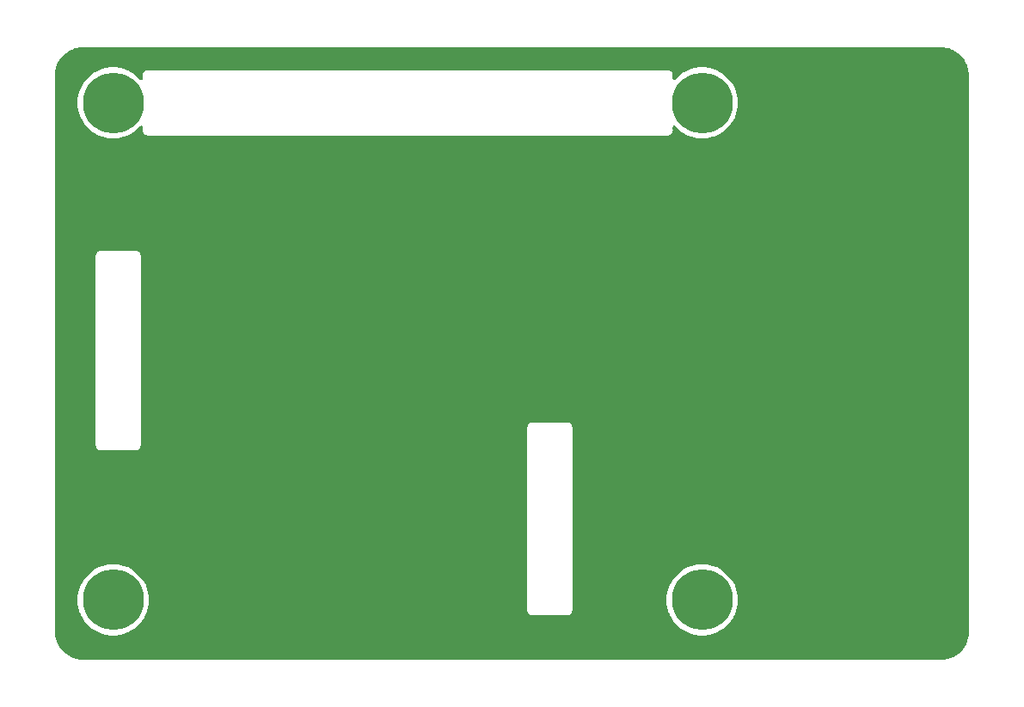
<source format=gtl>
%TF.GenerationSoftware,KiCad,Pcbnew,(6.0.5)*%
%TF.CreationDate,2022-05-28T00:56:08+08:00*%
%TF.ProjectId,RaspberryPi_Shield,52617370-6265-4727-9279-50695f536869,rev?*%
%TF.SameCoordinates,Original*%
%TF.FileFunction,Copper,L1,Top*%
%TF.FilePolarity,Positive*%
%FSLAX46Y46*%
G04 Gerber Fmt 4.6, Leading zero omitted, Abs format (unit mm)*
G04 Created by KiCad (PCBNEW (6.0.5)) date 2022-05-28 00:56:08*
%MOMM*%
%LPD*%
G01*
G04 APERTURE LIST*
%TA.AperFunction,ViaPad*%
%ADD10C,6.000000*%
%TD*%
G04 APERTURE END LIST*
D10*
%TO.N,*%
X98700000Y-72100000D03*
X98700000Y-121100000D03*
X156700000Y-121100000D03*
X156700000Y-72100000D03*
%TD*%
%TA.AperFunction,NonConductor*%
G36*
X180176294Y-66601987D02*
G01*
X180186692Y-66603752D01*
X180186697Y-66603752D01*
X180195549Y-66605255D01*
X180204466Y-66604213D01*
X180204467Y-66604213D01*
X180208435Y-66603749D01*
X180213776Y-66603125D01*
X180237052Y-66602571D01*
X180363048Y-66611245D01*
X180501510Y-66620778D01*
X180515263Y-66622488D01*
X180553345Y-66629370D01*
X180803994Y-66674667D01*
X180817463Y-66677875D01*
X181073546Y-66753972D01*
X181098701Y-66761447D01*
X181111742Y-66766117D01*
X181347570Y-66865516D01*
X181382107Y-66880073D01*
X181394563Y-66886151D01*
X181650768Y-67029110D01*
X181662481Y-67036519D01*
X181901428Y-67206747D01*
X181912257Y-67215397D01*
X182131069Y-67410844D01*
X182140883Y-67420632D01*
X182336904Y-67638931D01*
X182345582Y-67649736D01*
X182516443Y-67888242D01*
X182523882Y-67899935D01*
X182646610Y-68118535D01*
X182667509Y-68155760D01*
X182673619Y-68168200D01*
X182788284Y-68438261D01*
X182792991Y-68451297D01*
X182877300Y-68732315D01*
X182880546Y-68745789D01*
X182912434Y-68919628D01*
X182933479Y-69034360D01*
X182935226Y-69048110D01*
X182953577Y-69304848D01*
X182952699Y-69331172D01*
X182952502Y-69332590D01*
X182951266Y-69341485D01*
X182952575Y-69350365D01*
X182952575Y-69350366D01*
X182955170Y-69367970D01*
X182956517Y-69386275D01*
X182959819Y-75306509D01*
X182986947Y-123944134D01*
X182987089Y-124199228D01*
X182985586Y-124218700D01*
X182981927Y-124242168D01*
X182983089Y-124251067D01*
X182983089Y-124251068D01*
X182984276Y-124260156D01*
X182985137Y-124283563D01*
X182982980Y-124321811D01*
X182970184Y-124548721D01*
X182968598Y-124562769D01*
X182919319Y-124852291D01*
X182916170Y-124866067D01*
X182911356Y-124882753D01*
X182834764Y-125148247D01*
X182830089Y-125161589D01*
X182717592Y-125432856D01*
X182711453Y-125445589D01*
X182576103Y-125690204D01*
X182569264Y-125702563D01*
X182561745Y-125714516D01*
X182391658Y-125953950D01*
X182382845Y-125964988D01*
X182187010Y-126183853D01*
X182177006Y-126193843D01*
X181984177Y-126365929D01*
X181957901Y-126389378D01*
X181946846Y-126398182D01*
X181707192Y-126567956D01*
X181695226Y-126575461D01*
X181446629Y-126712591D01*
X181438072Y-126717311D01*
X181425330Y-126723434D01*
X181153904Y-126835583D01*
X181140555Y-126840240D01*
X180858285Y-126921272D01*
X180844498Y-126924405D01*
X180554914Y-126973306D01*
X180540864Y-126974874D01*
X180282572Y-126989101D01*
X180256122Y-126987771D01*
X180255717Y-126987707D01*
X180255713Y-126987707D01*
X180246845Y-126986316D01*
X180214926Y-126990454D01*
X180198727Y-126991500D01*
X95791858Y-126991500D01*
X95770549Y-126989685D01*
X95769465Y-126989499D01*
X95751801Y-126986468D01*
X95742883Y-126987494D01*
X95742876Y-126987494D01*
X95733378Y-126988587D01*
X95710227Y-126989109D01*
X95446908Y-126970777D01*
X95433403Y-126969100D01*
X95145555Y-126917443D01*
X95132310Y-126914319D01*
X94851718Y-126831922D01*
X94838885Y-126827388D01*
X94568811Y-126715205D01*
X94556544Y-126709314D01*
X94300139Y-126568657D01*
X94288578Y-126561476D01*
X94048851Y-126393994D01*
X94038132Y-126385609D01*
X93987440Y-126341339D01*
X93817856Y-126193239D01*
X93808108Y-126183751D01*
X93609863Y-125968746D01*
X93601192Y-125958257D01*
X93427300Y-125723136D01*
X93419810Y-125711773D01*
X93272285Y-125459260D01*
X93266065Y-125447156D01*
X93219093Y-125342166D01*
X93146635Y-125180207D01*
X93141762Y-125167521D01*
X93051813Y-124889229D01*
X93048335Y-124876079D01*
X93046260Y-124866074D01*
X92993786Y-124613142D01*
X92988930Y-124589735D01*
X92986889Y-124576280D01*
X92962156Y-124320774D01*
X92962359Y-124294554D01*
X92962491Y-124293378D01*
X92963494Y-124284461D01*
X92960378Y-124266573D01*
X92958509Y-124244933D01*
X92959025Y-121100000D01*
X95186685Y-121100000D01*
X95205931Y-121467241D01*
X95263459Y-121830459D01*
X95358639Y-122185674D01*
X95359824Y-122188762D01*
X95359825Y-122188764D01*
X95377689Y-122235302D01*
X95490427Y-122528994D01*
X95491925Y-122531934D01*
X95530836Y-122608300D01*
X95657380Y-122856657D01*
X95857668Y-123165075D01*
X96089098Y-123450867D01*
X96349133Y-123710902D01*
X96634925Y-123942332D01*
X96943342Y-124142620D01*
X96946276Y-124144115D01*
X96946283Y-124144119D01*
X97267238Y-124307653D01*
X97271006Y-124309573D01*
X97614326Y-124441361D01*
X97969541Y-124536541D01*
X98162558Y-124567112D01*
X98329511Y-124593555D01*
X98329519Y-124593556D01*
X98332759Y-124594069D01*
X98700000Y-124613315D01*
X99067241Y-124594069D01*
X99070481Y-124593556D01*
X99070489Y-124593555D01*
X99237442Y-124567112D01*
X99430459Y-124536541D01*
X99785674Y-124441361D01*
X100128994Y-124309573D01*
X100132762Y-124307653D01*
X100453717Y-124144119D01*
X100453724Y-124144115D01*
X100456658Y-124142620D01*
X100765075Y-123942332D01*
X101050867Y-123710902D01*
X101310902Y-123450867D01*
X101542332Y-123165075D01*
X101742620Y-122856657D01*
X101869165Y-122608300D01*
X101908075Y-122531934D01*
X101909573Y-122528994D01*
X102022311Y-122235302D01*
X102040175Y-122188764D01*
X102040176Y-122188762D01*
X102041361Y-122185674D01*
X102045636Y-122169721D01*
X139491024Y-122169721D01*
X139496467Y-122188764D01*
X139499150Y-122198153D01*
X139502728Y-122214915D01*
X139506920Y-122244187D01*
X139510634Y-122252355D01*
X139510634Y-122252356D01*
X139517548Y-122267562D01*
X139523996Y-122285086D01*
X139531051Y-122309771D01*
X139535843Y-122317365D01*
X139535844Y-122317368D01*
X139546830Y-122334780D01*
X139554969Y-122349863D01*
X139567208Y-122376782D01*
X139573069Y-122383584D01*
X139583970Y-122396235D01*
X139595073Y-122411239D01*
X139608776Y-122432958D01*
X139615501Y-122438897D01*
X139615504Y-122438901D01*
X139630938Y-122452532D01*
X139642982Y-122464724D01*
X139656427Y-122480327D01*
X139656430Y-122480329D01*
X139662287Y-122487127D01*
X139669816Y-122492007D01*
X139669817Y-122492008D01*
X139683835Y-122501094D01*
X139698709Y-122512385D01*
X139711217Y-122523431D01*
X139717951Y-122529378D01*
X139744711Y-122541942D01*
X139759691Y-122550263D01*
X139776983Y-122561471D01*
X139776988Y-122561473D01*
X139784515Y-122566352D01*
X139793108Y-122568922D01*
X139793113Y-122568924D01*
X139809120Y-122573711D01*
X139826564Y-122580372D01*
X139841676Y-122587467D01*
X139841678Y-122587468D01*
X139849800Y-122591281D01*
X139858667Y-122592662D01*
X139858668Y-122592662D01*
X139861353Y-122593080D01*
X139879017Y-122595830D01*
X139895732Y-122599613D01*
X139915466Y-122605515D01*
X139915472Y-122605516D01*
X139924066Y-122608086D01*
X139933037Y-122608141D01*
X139933038Y-122608141D01*
X139943097Y-122608202D01*
X139958506Y-122608296D01*
X139959289Y-122608329D01*
X139960386Y-122608500D01*
X139991377Y-122608500D01*
X139992147Y-122608502D01*
X140065785Y-122608952D01*
X140065786Y-122608952D01*
X140069721Y-122608976D01*
X140071065Y-122608592D01*
X140072410Y-122608500D01*
X143391377Y-122608500D01*
X143392148Y-122608502D01*
X143469721Y-122608976D01*
X143498152Y-122600850D01*
X143514915Y-122597272D01*
X143515753Y-122597152D01*
X143544187Y-122593080D01*
X143567564Y-122582451D01*
X143585087Y-122576004D01*
X143609771Y-122568949D01*
X143617365Y-122564157D01*
X143617368Y-122564156D01*
X143634780Y-122553170D01*
X143649865Y-122545030D01*
X143676782Y-122532792D01*
X143696235Y-122516030D01*
X143711239Y-122504927D01*
X143732958Y-122491224D01*
X143738897Y-122484499D01*
X143738901Y-122484496D01*
X143752532Y-122469062D01*
X143764724Y-122457018D01*
X143780327Y-122443573D01*
X143780329Y-122443570D01*
X143787127Y-122437713D01*
X143801094Y-122416165D01*
X143812385Y-122401291D01*
X143823431Y-122388783D01*
X143823432Y-122388782D01*
X143829378Y-122382049D01*
X143841943Y-122355287D01*
X143850263Y-122340309D01*
X143861471Y-122323017D01*
X143861473Y-122323012D01*
X143866352Y-122315485D01*
X143868922Y-122306892D01*
X143868924Y-122306887D01*
X143873711Y-122290880D01*
X143880372Y-122273436D01*
X143887467Y-122258324D01*
X143887468Y-122258322D01*
X143891281Y-122250200D01*
X143895830Y-122220983D01*
X143899613Y-122204268D01*
X143905515Y-122184534D01*
X143905516Y-122184528D01*
X143908086Y-122175934D01*
X143908296Y-122141494D01*
X143908329Y-122140711D01*
X143908500Y-122139614D01*
X143908500Y-122108623D01*
X143908502Y-122107853D01*
X143908952Y-122034215D01*
X143908952Y-122034214D01*
X143908976Y-122030279D01*
X143908592Y-122028935D01*
X143908500Y-122027590D01*
X143908500Y-121100000D01*
X153186685Y-121100000D01*
X153205931Y-121467241D01*
X153263459Y-121830459D01*
X153358639Y-122185674D01*
X153359824Y-122188762D01*
X153359825Y-122188764D01*
X153377689Y-122235302D01*
X153490427Y-122528994D01*
X153491925Y-122531934D01*
X153530836Y-122608300D01*
X153657380Y-122856657D01*
X153857668Y-123165075D01*
X154089098Y-123450867D01*
X154349133Y-123710902D01*
X154634925Y-123942332D01*
X154943342Y-124142620D01*
X154946276Y-124144115D01*
X154946283Y-124144119D01*
X155267238Y-124307653D01*
X155271006Y-124309573D01*
X155614326Y-124441361D01*
X155969541Y-124536541D01*
X156162558Y-124567112D01*
X156329511Y-124593555D01*
X156329519Y-124593556D01*
X156332759Y-124594069D01*
X156700000Y-124613315D01*
X157067241Y-124594069D01*
X157070481Y-124593556D01*
X157070489Y-124593555D01*
X157237442Y-124567112D01*
X157430459Y-124536541D01*
X157785674Y-124441361D01*
X158128994Y-124309573D01*
X158132762Y-124307653D01*
X158453717Y-124144119D01*
X158453724Y-124144115D01*
X158456658Y-124142620D01*
X158765075Y-123942332D01*
X159050867Y-123710902D01*
X159310902Y-123450867D01*
X159542332Y-123165075D01*
X159742620Y-122856657D01*
X159869165Y-122608300D01*
X159908075Y-122531934D01*
X159909573Y-122528994D01*
X160022311Y-122235302D01*
X160040175Y-122188764D01*
X160040176Y-122188762D01*
X160041361Y-122185674D01*
X160136541Y-121830459D01*
X160194069Y-121467241D01*
X160213315Y-121100000D01*
X160194069Y-120732759D01*
X160136541Y-120369541D01*
X160041361Y-120014326D01*
X159909573Y-119671006D01*
X159742620Y-119343343D01*
X159542332Y-119034925D01*
X159310902Y-118749133D01*
X159050867Y-118489098D01*
X158765075Y-118257668D01*
X158456658Y-118057380D01*
X158453724Y-118055885D01*
X158453717Y-118055881D01*
X158131934Y-117891925D01*
X158128994Y-117890427D01*
X157785674Y-117758639D01*
X157430459Y-117663459D01*
X157237442Y-117632888D01*
X157070489Y-117606445D01*
X157070481Y-117606444D01*
X157067241Y-117605931D01*
X156700000Y-117586685D01*
X156332759Y-117605931D01*
X156329519Y-117606444D01*
X156329511Y-117606445D01*
X156162558Y-117632888D01*
X155969541Y-117663459D01*
X155614326Y-117758639D01*
X155271006Y-117890427D01*
X155268066Y-117891925D01*
X154946284Y-118055881D01*
X154946277Y-118055885D01*
X154943343Y-118057380D01*
X154634925Y-118257668D01*
X154349133Y-118489098D01*
X154089098Y-118749133D01*
X153857668Y-119034925D01*
X153657380Y-119343343D01*
X153490427Y-119671006D01*
X153358639Y-120014326D01*
X153263459Y-120369541D01*
X153205931Y-120732759D01*
X153186685Y-121100000D01*
X143908500Y-121100000D01*
X143908500Y-104108623D01*
X143908502Y-104107853D01*
X143908800Y-104059102D01*
X143908976Y-104030279D01*
X143900850Y-104001847D01*
X143897272Y-103985085D01*
X143894352Y-103964698D01*
X143893080Y-103955813D01*
X143882451Y-103932436D01*
X143876004Y-103914913D01*
X143871416Y-103898862D01*
X143868949Y-103890229D01*
X143864156Y-103882632D01*
X143853170Y-103865220D01*
X143845030Y-103850135D01*
X143842564Y-103844711D01*
X143832792Y-103823218D01*
X143816030Y-103803765D01*
X143804927Y-103788761D01*
X143791224Y-103767042D01*
X143784499Y-103761103D01*
X143784496Y-103761099D01*
X143769062Y-103747468D01*
X143757018Y-103735276D01*
X143743573Y-103719673D01*
X143743570Y-103719671D01*
X143737713Y-103712873D01*
X143724009Y-103703990D01*
X143716165Y-103698906D01*
X143701291Y-103687615D01*
X143688783Y-103676569D01*
X143688782Y-103676568D01*
X143682049Y-103670622D01*
X143655287Y-103658057D01*
X143640309Y-103649737D01*
X143623017Y-103638529D01*
X143623012Y-103638527D01*
X143615485Y-103633648D01*
X143606892Y-103631078D01*
X143606887Y-103631076D01*
X143590880Y-103626289D01*
X143573436Y-103619628D01*
X143558324Y-103612533D01*
X143558322Y-103612532D01*
X143550200Y-103608719D01*
X143541333Y-103607338D01*
X143541332Y-103607338D01*
X143530478Y-103605648D01*
X143520983Y-103604170D01*
X143504268Y-103600387D01*
X143484534Y-103594485D01*
X143484528Y-103594484D01*
X143475934Y-103591914D01*
X143466963Y-103591859D01*
X143466962Y-103591859D01*
X143456903Y-103591798D01*
X143441494Y-103591704D01*
X143440711Y-103591671D01*
X143439614Y-103591500D01*
X143408623Y-103591500D01*
X143407853Y-103591498D01*
X143334215Y-103591048D01*
X143334214Y-103591048D01*
X143330279Y-103591024D01*
X143328935Y-103591408D01*
X143327590Y-103591500D01*
X140008623Y-103591500D01*
X140007853Y-103591498D01*
X140007037Y-103591493D01*
X139930279Y-103591024D01*
X139907918Y-103597415D01*
X139901847Y-103599150D01*
X139885085Y-103602728D01*
X139855813Y-103606920D01*
X139847645Y-103610634D01*
X139847644Y-103610634D01*
X139832438Y-103617548D01*
X139814914Y-103623996D01*
X139790229Y-103631051D01*
X139782635Y-103635843D01*
X139782632Y-103635844D01*
X139765220Y-103646830D01*
X139750137Y-103654969D01*
X139723218Y-103667208D01*
X139716416Y-103673069D01*
X139703765Y-103683970D01*
X139688761Y-103695073D01*
X139667042Y-103708776D01*
X139661103Y-103715501D01*
X139661099Y-103715504D01*
X139647468Y-103730938D01*
X139635276Y-103742982D01*
X139619673Y-103756427D01*
X139619671Y-103756430D01*
X139612873Y-103762287D01*
X139607993Y-103769816D01*
X139607992Y-103769817D01*
X139598906Y-103783835D01*
X139587615Y-103798709D01*
X139576569Y-103811217D01*
X139570622Y-103817951D01*
X139564312Y-103831391D01*
X139558058Y-103844711D01*
X139549737Y-103859691D01*
X139538529Y-103876983D01*
X139538527Y-103876988D01*
X139533648Y-103884515D01*
X139531078Y-103893108D01*
X139531076Y-103893113D01*
X139526289Y-103909120D01*
X139519628Y-103926564D01*
X139512533Y-103941676D01*
X139508719Y-103949800D01*
X139507338Y-103958667D01*
X139507338Y-103958668D01*
X139504170Y-103979015D01*
X139500387Y-103995732D01*
X139494485Y-104015466D01*
X139494484Y-104015472D01*
X139491914Y-104024066D01*
X139491859Y-104033037D01*
X139491859Y-104033038D01*
X139491704Y-104058497D01*
X139491671Y-104059289D01*
X139491500Y-104060386D01*
X139491500Y-104091377D01*
X139491498Y-104092147D01*
X139491024Y-104169721D01*
X139491408Y-104171065D01*
X139491500Y-104172410D01*
X139491500Y-122091377D01*
X139491498Y-122092147D01*
X139491024Y-122169721D01*
X102045636Y-122169721D01*
X102136541Y-121830459D01*
X102194069Y-121467241D01*
X102213315Y-121100000D01*
X102194069Y-120732759D01*
X102136541Y-120369541D01*
X102041361Y-120014326D01*
X101909573Y-119671006D01*
X101742620Y-119343343D01*
X101542332Y-119034925D01*
X101310902Y-118749133D01*
X101050867Y-118489098D01*
X100765075Y-118257668D01*
X100456658Y-118057380D01*
X100453724Y-118055885D01*
X100453717Y-118055881D01*
X100131934Y-117891925D01*
X100128994Y-117890427D01*
X99785674Y-117758639D01*
X99430459Y-117663459D01*
X99237442Y-117632888D01*
X99070489Y-117606445D01*
X99070481Y-117606444D01*
X99067241Y-117605931D01*
X98700000Y-117586685D01*
X98332759Y-117605931D01*
X98329519Y-117606444D01*
X98329511Y-117606445D01*
X98162558Y-117632888D01*
X97969541Y-117663459D01*
X97614326Y-117758639D01*
X97271006Y-117890427D01*
X97268066Y-117891925D01*
X96946284Y-118055881D01*
X96946277Y-118055885D01*
X96943343Y-118057380D01*
X96634925Y-118257668D01*
X96349133Y-118489098D01*
X96089098Y-118749133D01*
X95857668Y-119034925D01*
X95657380Y-119343343D01*
X95490427Y-119671006D01*
X95358639Y-120014326D01*
X95263459Y-120369541D01*
X95205931Y-120732759D01*
X95186685Y-121100000D01*
X92959025Y-121100000D01*
X92961516Y-105919721D01*
X96991024Y-105919721D01*
X96993491Y-105928352D01*
X96999150Y-105948153D01*
X97002728Y-105964915D01*
X97006920Y-105994187D01*
X97010634Y-106002355D01*
X97010634Y-106002356D01*
X97017548Y-106017562D01*
X97023996Y-106035086D01*
X97031051Y-106059771D01*
X97035843Y-106067365D01*
X97035844Y-106067368D01*
X97046830Y-106084780D01*
X97054969Y-106099863D01*
X97067208Y-106126782D01*
X97073069Y-106133584D01*
X97083970Y-106146235D01*
X97095073Y-106161239D01*
X97108776Y-106182958D01*
X97115501Y-106188897D01*
X97115504Y-106188901D01*
X97130938Y-106202532D01*
X97142982Y-106214724D01*
X97156427Y-106230327D01*
X97156430Y-106230329D01*
X97162287Y-106237127D01*
X97169816Y-106242007D01*
X97169817Y-106242008D01*
X97183835Y-106251094D01*
X97198709Y-106262385D01*
X97211217Y-106273431D01*
X97217951Y-106279378D01*
X97244711Y-106291942D01*
X97259691Y-106300263D01*
X97276983Y-106311471D01*
X97276988Y-106311473D01*
X97284515Y-106316352D01*
X97293108Y-106318922D01*
X97293113Y-106318924D01*
X97309120Y-106323711D01*
X97326564Y-106330372D01*
X97341676Y-106337467D01*
X97341678Y-106337468D01*
X97349800Y-106341281D01*
X97358667Y-106342662D01*
X97358668Y-106342662D01*
X97361353Y-106343080D01*
X97379017Y-106345830D01*
X97395732Y-106349613D01*
X97415466Y-106355515D01*
X97415472Y-106355516D01*
X97424066Y-106358086D01*
X97433037Y-106358141D01*
X97433038Y-106358141D01*
X97443097Y-106358202D01*
X97458506Y-106358296D01*
X97459289Y-106358329D01*
X97460386Y-106358500D01*
X97491377Y-106358500D01*
X97492147Y-106358502D01*
X97565785Y-106358952D01*
X97565786Y-106358952D01*
X97569721Y-106358976D01*
X97571065Y-106358592D01*
X97572410Y-106358500D01*
X100891377Y-106358500D01*
X100892148Y-106358502D01*
X100969721Y-106358976D01*
X100998152Y-106350850D01*
X101014915Y-106347272D01*
X101015753Y-106347152D01*
X101044187Y-106343080D01*
X101067564Y-106332451D01*
X101085087Y-106326004D01*
X101109771Y-106318949D01*
X101117365Y-106314157D01*
X101117368Y-106314156D01*
X101134780Y-106303170D01*
X101149865Y-106295030D01*
X101176782Y-106282792D01*
X101196235Y-106266030D01*
X101211239Y-106254927D01*
X101232958Y-106241224D01*
X101238897Y-106234499D01*
X101238901Y-106234496D01*
X101252532Y-106219062D01*
X101264724Y-106207018D01*
X101280327Y-106193573D01*
X101280329Y-106193570D01*
X101287127Y-106187713D01*
X101301094Y-106166165D01*
X101312385Y-106151291D01*
X101323431Y-106138783D01*
X101323432Y-106138782D01*
X101329378Y-106132049D01*
X101341943Y-106105287D01*
X101350263Y-106090309D01*
X101361471Y-106073017D01*
X101361473Y-106073012D01*
X101366352Y-106065485D01*
X101368922Y-106056892D01*
X101368924Y-106056887D01*
X101373711Y-106040880D01*
X101380372Y-106023436D01*
X101387467Y-106008324D01*
X101387468Y-106008322D01*
X101391281Y-106000200D01*
X101395830Y-105970983D01*
X101399613Y-105954268D01*
X101405515Y-105934534D01*
X101405516Y-105934528D01*
X101408086Y-105925934D01*
X101408296Y-105891494D01*
X101408329Y-105890711D01*
X101408500Y-105889614D01*
X101408500Y-105858623D01*
X101408502Y-105857853D01*
X101408952Y-105784215D01*
X101408952Y-105784214D01*
X101408976Y-105780279D01*
X101408592Y-105778935D01*
X101408500Y-105777590D01*
X101408500Y-87208623D01*
X101408502Y-87207853D01*
X101408800Y-87159102D01*
X101408976Y-87130279D01*
X101400850Y-87101847D01*
X101397272Y-87085085D01*
X101394352Y-87064698D01*
X101393080Y-87055813D01*
X101382451Y-87032436D01*
X101376004Y-87014913D01*
X101371416Y-86998862D01*
X101368949Y-86990229D01*
X101364156Y-86982632D01*
X101353170Y-86965220D01*
X101345030Y-86950135D01*
X101342564Y-86944711D01*
X101332792Y-86923218D01*
X101316030Y-86903765D01*
X101304927Y-86888761D01*
X101291224Y-86867042D01*
X101284499Y-86861103D01*
X101284496Y-86861099D01*
X101269062Y-86847468D01*
X101257018Y-86835276D01*
X101243573Y-86819673D01*
X101243570Y-86819671D01*
X101237713Y-86812873D01*
X101224009Y-86803990D01*
X101216165Y-86798906D01*
X101201291Y-86787615D01*
X101188783Y-86776569D01*
X101188782Y-86776568D01*
X101182049Y-86770622D01*
X101155287Y-86758057D01*
X101140309Y-86749737D01*
X101123017Y-86738529D01*
X101123012Y-86738527D01*
X101115485Y-86733648D01*
X101106892Y-86731078D01*
X101106887Y-86731076D01*
X101090880Y-86726289D01*
X101073436Y-86719628D01*
X101058324Y-86712533D01*
X101058322Y-86712532D01*
X101050200Y-86708719D01*
X101041333Y-86707338D01*
X101041332Y-86707338D01*
X101030478Y-86705648D01*
X101020983Y-86704170D01*
X101004268Y-86700387D01*
X100984534Y-86694485D01*
X100984528Y-86694484D01*
X100975934Y-86691914D01*
X100966963Y-86691859D01*
X100966962Y-86691859D01*
X100956903Y-86691798D01*
X100941494Y-86691704D01*
X100940711Y-86691671D01*
X100939614Y-86691500D01*
X100908623Y-86691500D01*
X100907853Y-86691498D01*
X100834215Y-86691048D01*
X100834214Y-86691048D01*
X100830279Y-86691024D01*
X100828935Y-86691408D01*
X100827590Y-86691500D01*
X97508623Y-86691500D01*
X97507853Y-86691498D01*
X97507037Y-86691493D01*
X97430279Y-86691024D01*
X97407918Y-86697415D01*
X97401847Y-86699150D01*
X97385085Y-86702728D01*
X97355813Y-86706920D01*
X97347645Y-86710634D01*
X97347644Y-86710634D01*
X97332438Y-86717548D01*
X97314914Y-86723996D01*
X97290229Y-86731051D01*
X97282635Y-86735843D01*
X97282632Y-86735844D01*
X97265220Y-86746830D01*
X97250137Y-86754969D01*
X97223218Y-86767208D01*
X97216416Y-86773069D01*
X97203765Y-86783970D01*
X97188761Y-86795073D01*
X97167042Y-86808776D01*
X97161103Y-86815501D01*
X97161099Y-86815504D01*
X97147468Y-86830938D01*
X97135276Y-86842982D01*
X97119673Y-86856427D01*
X97119671Y-86856430D01*
X97112873Y-86862287D01*
X97107993Y-86869816D01*
X97107992Y-86869817D01*
X97098906Y-86883835D01*
X97087615Y-86898709D01*
X97076569Y-86911217D01*
X97070622Y-86917951D01*
X97064312Y-86931391D01*
X97058058Y-86944711D01*
X97049737Y-86959691D01*
X97038529Y-86976983D01*
X97038527Y-86976988D01*
X97033648Y-86984515D01*
X97031078Y-86993108D01*
X97031076Y-86993113D01*
X97026289Y-87009120D01*
X97019628Y-87026564D01*
X97012533Y-87041676D01*
X97008719Y-87049800D01*
X97007338Y-87058667D01*
X97007338Y-87058668D01*
X97004170Y-87079015D01*
X97000387Y-87095732D01*
X96994485Y-87115466D01*
X96994484Y-87115472D01*
X96991914Y-87124066D01*
X96991859Y-87133037D01*
X96991859Y-87133038D01*
X96991704Y-87158497D01*
X96991671Y-87159289D01*
X96991500Y-87160386D01*
X96991500Y-87191377D01*
X96991498Y-87192147D01*
X96991024Y-87269721D01*
X96991408Y-87271065D01*
X96991500Y-87272410D01*
X96991500Y-105841377D01*
X96991498Y-105842147D01*
X96991024Y-105919721D01*
X92961516Y-105919721D01*
X92966518Y-75440175D01*
X92967066Y-72100000D01*
X95186685Y-72100000D01*
X95205931Y-72467241D01*
X95263459Y-72830459D01*
X95358639Y-73185674D01*
X95490427Y-73528994D01*
X95657380Y-73856657D01*
X95857668Y-74165075D01*
X96089098Y-74450867D01*
X96349133Y-74710902D01*
X96634925Y-74942332D01*
X96725478Y-75001138D01*
X96924191Y-75130183D01*
X96943342Y-75142620D01*
X96946276Y-75144115D01*
X96946283Y-75144119D01*
X97210173Y-75278577D01*
X97271006Y-75309573D01*
X97614326Y-75441361D01*
X97969541Y-75536541D01*
X98162558Y-75567112D01*
X98329511Y-75593555D01*
X98329519Y-75593556D01*
X98332759Y-75594069D01*
X98700000Y-75613315D01*
X99067241Y-75594069D01*
X99070481Y-75593556D01*
X99070489Y-75593555D01*
X99237442Y-75567112D01*
X99430459Y-75536541D01*
X99785674Y-75441361D01*
X100128994Y-75309573D01*
X100189827Y-75278577D01*
X100453717Y-75144119D01*
X100453724Y-75144115D01*
X100456658Y-75142620D01*
X100475810Y-75130183D01*
X100674522Y-75001138D01*
X100765075Y-74942332D01*
X101050867Y-74710902D01*
X101310902Y-74450867D01*
X101367581Y-74380874D01*
X101425994Y-74340523D01*
X101496952Y-74338159D01*
X101557923Y-74374531D01*
X101589551Y-74438094D01*
X101591500Y-74460170D01*
X101591500Y-74791377D01*
X101591498Y-74792147D01*
X101591024Y-74869721D01*
X101593491Y-74878352D01*
X101599150Y-74898153D01*
X101602728Y-74914915D01*
X101606920Y-74944187D01*
X101610634Y-74952355D01*
X101610634Y-74952356D01*
X101617548Y-74967562D01*
X101623996Y-74985086D01*
X101631051Y-75009771D01*
X101635843Y-75017365D01*
X101635844Y-75017368D01*
X101646830Y-75034780D01*
X101654969Y-75049863D01*
X101667208Y-75076782D01*
X101673069Y-75083584D01*
X101683970Y-75096235D01*
X101695073Y-75111239D01*
X101708776Y-75132958D01*
X101715501Y-75138897D01*
X101715504Y-75138901D01*
X101730938Y-75152532D01*
X101742982Y-75164724D01*
X101756427Y-75180327D01*
X101756430Y-75180329D01*
X101762287Y-75187127D01*
X101769816Y-75192007D01*
X101769817Y-75192008D01*
X101783835Y-75201094D01*
X101798709Y-75212385D01*
X101811217Y-75223431D01*
X101817951Y-75229378D01*
X101844711Y-75241942D01*
X101859691Y-75250263D01*
X101876983Y-75261471D01*
X101876988Y-75261473D01*
X101884515Y-75266352D01*
X101893108Y-75268922D01*
X101893113Y-75268924D01*
X101909120Y-75273711D01*
X101926564Y-75280372D01*
X101941676Y-75287467D01*
X101941678Y-75287468D01*
X101949800Y-75291281D01*
X101958667Y-75292662D01*
X101958668Y-75292662D01*
X101961353Y-75293080D01*
X101979017Y-75295830D01*
X101995732Y-75299613D01*
X102015466Y-75305515D01*
X102015472Y-75305516D01*
X102024066Y-75308086D01*
X102033037Y-75308141D01*
X102033038Y-75308141D01*
X102043097Y-75308202D01*
X102058506Y-75308296D01*
X102059289Y-75308329D01*
X102060386Y-75308500D01*
X102091377Y-75308500D01*
X102092147Y-75308502D01*
X102165785Y-75308952D01*
X102165786Y-75308952D01*
X102169721Y-75308976D01*
X102171065Y-75308592D01*
X102172410Y-75308500D01*
X153291377Y-75308500D01*
X153292148Y-75308502D01*
X153369721Y-75308976D01*
X153398152Y-75300850D01*
X153414915Y-75297272D01*
X153415753Y-75297152D01*
X153444187Y-75293080D01*
X153467564Y-75282451D01*
X153485087Y-75276004D01*
X153509771Y-75268949D01*
X153517365Y-75264157D01*
X153517368Y-75264156D01*
X153534780Y-75253170D01*
X153549865Y-75245030D01*
X153576782Y-75232792D01*
X153596235Y-75216030D01*
X153611239Y-75204927D01*
X153632958Y-75191224D01*
X153638897Y-75184499D01*
X153638901Y-75184496D01*
X153652532Y-75169062D01*
X153664724Y-75157018D01*
X153680327Y-75143573D01*
X153680329Y-75143570D01*
X153687127Y-75137713D01*
X153701094Y-75116165D01*
X153712385Y-75101291D01*
X153723431Y-75088783D01*
X153723432Y-75088782D01*
X153729378Y-75082049D01*
X153741943Y-75055287D01*
X153750263Y-75040309D01*
X153761471Y-75023017D01*
X153761473Y-75023012D01*
X153766352Y-75015485D01*
X153768922Y-75006892D01*
X153768924Y-75006887D01*
X153773711Y-74990880D01*
X153780372Y-74973436D01*
X153787467Y-74958324D01*
X153787468Y-74958322D01*
X153791281Y-74950200D01*
X153795830Y-74920983D01*
X153799613Y-74904268D01*
X153805515Y-74884534D01*
X153805516Y-74884528D01*
X153808086Y-74875934D01*
X153808296Y-74841494D01*
X153808329Y-74840711D01*
X153808500Y-74839614D01*
X153808500Y-74808623D01*
X153808502Y-74807853D01*
X153808952Y-74734215D01*
X153808952Y-74734214D01*
X153808976Y-74730279D01*
X153808592Y-74728935D01*
X153808500Y-74727590D01*
X153808500Y-74460170D01*
X153828502Y-74392049D01*
X153882158Y-74345556D01*
X153952432Y-74335452D01*
X154017012Y-74364946D01*
X154032417Y-74380872D01*
X154089098Y-74450867D01*
X154349133Y-74710902D01*
X154634925Y-74942332D01*
X154725478Y-75001138D01*
X154924191Y-75130183D01*
X154943342Y-75142620D01*
X154946276Y-75144115D01*
X154946283Y-75144119D01*
X155210173Y-75278577D01*
X155271006Y-75309573D01*
X155614326Y-75441361D01*
X155969541Y-75536541D01*
X156162558Y-75567112D01*
X156329511Y-75593555D01*
X156329519Y-75593556D01*
X156332759Y-75594069D01*
X156700000Y-75613315D01*
X157067241Y-75594069D01*
X157070481Y-75593556D01*
X157070489Y-75593555D01*
X157237442Y-75567112D01*
X157430459Y-75536541D01*
X157785674Y-75441361D01*
X158128994Y-75309573D01*
X158189827Y-75278577D01*
X158453717Y-75144119D01*
X158453724Y-75144115D01*
X158456658Y-75142620D01*
X158475810Y-75130183D01*
X158674522Y-75001138D01*
X158765075Y-74942332D01*
X159050867Y-74710902D01*
X159310902Y-74450867D01*
X159542332Y-74165075D01*
X159742620Y-73856657D01*
X159909573Y-73528994D01*
X160041361Y-73185674D01*
X160136541Y-72830459D01*
X160194069Y-72467241D01*
X160213315Y-72100000D01*
X160194069Y-71732759D01*
X160136541Y-71369541D01*
X160041361Y-71014326D01*
X159909573Y-70671006D01*
X159742620Y-70343343D01*
X159542332Y-70034925D01*
X159310902Y-69749133D01*
X159050867Y-69489098D01*
X158765075Y-69257668D01*
X158652429Y-69184515D01*
X158459427Y-69059178D01*
X158459424Y-69059176D01*
X158456658Y-69057380D01*
X158453724Y-69055885D01*
X158453717Y-69055881D01*
X158131934Y-68891925D01*
X158128994Y-68890427D01*
X157785674Y-68758639D01*
X157430459Y-68663459D01*
X157237442Y-68632888D01*
X157070489Y-68606445D01*
X157070481Y-68606444D01*
X157067241Y-68605931D01*
X156700000Y-68586685D01*
X156332759Y-68605931D01*
X156329519Y-68606444D01*
X156329511Y-68606445D01*
X156162558Y-68632888D01*
X155969541Y-68663459D01*
X155614326Y-68758639D01*
X155271006Y-68890427D01*
X155268066Y-68891925D01*
X154946284Y-69055881D01*
X154946277Y-69055885D01*
X154943343Y-69057380D01*
X154940577Y-69059176D01*
X154940574Y-69059178D01*
X154871916Y-69103765D01*
X154634925Y-69257668D01*
X154349133Y-69489098D01*
X154089098Y-69749133D01*
X154032420Y-69819125D01*
X153974006Y-69859477D01*
X153903048Y-69861841D01*
X153842077Y-69825469D01*
X153810449Y-69761906D01*
X153808500Y-69739830D01*
X153808500Y-69408623D01*
X153808502Y-69407853D01*
X153808800Y-69359102D01*
X153808976Y-69330279D01*
X153800850Y-69301847D01*
X153797272Y-69285085D01*
X153795743Y-69274411D01*
X153793080Y-69255813D01*
X153782451Y-69232436D01*
X153776004Y-69214913D01*
X153771416Y-69198862D01*
X153768949Y-69190229D01*
X153764156Y-69182632D01*
X153753170Y-69165220D01*
X153745030Y-69150135D01*
X153742564Y-69144711D01*
X153732792Y-69123218D01*
X153716030Y-69103765D01*
X153704927Y-69088761D01*
X153691224Y-69067042D01*
X153684499Y-69061103D01*
X153684496Y-69061099D01*
X153669062Y-69047468D01*
X153657018Y-69035276D01*
X153643573Y-69019673D01*
X153643570Y-69019671D01*
X153637713Y-69012873D01*
X153624009Y-69003990D01*
X153616165Y-68998906D01*
X153601291Y-68987615D01*
X153588783Y-68976569D01*
X153588782Y-68976568D01*
X153582049Y-68970622D01*
X153555287Y-68958057D01*
X153540309Y-68949737D01*
X153523017Y-68938529D01*
X153523012Y-68938527D01*
X153515485Y-68933648D01*
X153506892Y-68931078D01*
X153506887Y-68931076D01*
X153490880Y-68926289D01*
X153473436Y-68919628D01*
X153458324Y-68912533D01*
X153458322Y-68912532D01*
X153450200Y-68908719D01*
X153441333Y-68907338D01*
X153441332Y-68907338D01*
X153430478Y-68905648D01*
X153420983Y-68904170D01*
X153404268Y-68900387D01*
X153384534Y-68894485D01*
X153384528Y-68894484D01*
X153375934Y-68891914D01*
X153366963Y-68891859D01*
X153366962Y-68891859D01*
X153356903Y-68891798D01*
X153341494Y-68891704D01*
X153340711Y-68891671D01*
X153339614Y-68891500D01*
X153308623Y-68891500D01*
X153307853Y-68891498D01*
X153234215Y-68891048D01*
X153234214Y-68891048D01*
X153230279Y-68891024D01*
X153228935Y-68891408D01*
X153227590Y-68891500D01*
X102108623Y-68891500D01*
X102107853Y-68891498D01*
X102107037Y-68891493D01*
X102030279Y-68891024D01*
X102007918Y-68897415D01*
X102001847Y-68899150D01*
X101985085Y-68902728D01*
X101955813Y-68906920D01*
X101947645Y-68910634D01*
X101947644Y-68910634D01*
X101932438Y-68917548D01*
X101914914Y-68923996D01*
X101890229Y-68931051D01*
X101882635Y-68935843D01*
X101882632Y-68935844D01*
X101865220Y-68946830D01*
X101850137Y-68954969D01*
X101823218Y-68967208D01*
X101816416Y-68973069D01*
X101803765Y-68983970D01*
X101788761Y-68995073D01*
X101767042Y-69008776D01*
X101761103Y-69015501D01*
X101761099Y-69015504D01*
X101747468Y-69030938D01*
X101735276Y-69042982D01*
X101719673Y-69056427D01*
X101719671Y-69056430D01*
X101712873Y-69062287D01*
X101707993Y-69069816D01*
X101707992Y-69069817D01*
X101698906Y-69083835D01*
X101687615Y-69098709D01*
X101676569Y-69111217D01*
X101670622Y-69117951D01*
X101664312Y-69131391D01*
X101658058Y-69144711D01*
X101649737Y-69159691D01*
X101638529Y-69176983D01*
X101638527Y-69176988D01*
X101633648Y-69184515D01*
X101631078Y-69193108D01*
X101631076Y-69193113D01*
X101626289Y-69209120D01*
X101619628Y-69226564D01*
X101612533Y-69241676D01*
X101608719Y-69249800D01*
X101607338Y-69258667D01*
X101607338Y-69258668D01*
X101604170Y-69279015D01*
X101600387Y-69295732D01*
X101594485Y-69315466D01*
X101594484Y-69315472D01*
X101591914Y-69324066D01*
X101591754Y-69350366D01*
X101591704Y-69358497D01*
X101591671Y-69359289D01*
X101591500Y-69360386D01*
X101591500Y-69391377D01*
X101591498Y-69392147D01*
X101591024Y-69469721D01*
X101591408Y-69471065D01*
X101591500Y-69472410D01*
X101591500Y-69739830D01*
X101571498Y-69807951D01*
X101517842Y-69854444D01*
X101447568Y-69864548D01*
X101382988Y-69835054D01*
X101367580Y-69819125D01*
X101310902Y-69749133D01*
X101050867Y-69489098D01*
X100765075Y-69257668D01*
X100652429Y-69184515D01*
X100459427Y-69059178D01*
X100459424Y-69059176D01*
X100456658Y-69057380D01*
X100453724Y-69055885D01*
X100453717Y-69055881D01*
X100131934Y-68891925D01*
X100128994Y-68890427D01*
X99785674Y-68758639D01*
X99430459Y-68663459D01*
X99237442Y-68632888D01*
X99070489Y-68606445D01*
X99070481Y-68606444D01*
X99067241Y-68605931D01*
X98700000Y-68586685D01*
X98332759Y-68605931D01*
X98329519Y-68606444D01*
X98329511Y-68606445D01*
X98162558Y-68632888D01*
X97969541Y-68663459D01*
X97614326Y-68758639D01*
X97271006Y-68890427D01*
X97268066Y-68891925D01*
X96946284Y-69055881D01*
X96946277Y-69055885D01*
X96943343Y-69057380D01*
X96940577Y-69059176D01*
X96940574Y-69059178D01*
X96871916Y-69103765D01*
X96634925Y-69257668D01*
X96349133Y-69489098D01*
X96089098Y-69749133D01*
X95857668Y-70034925D01*
X95657380Y-70343343D01*
X95490427Y-70671006D01*
X95358639Y-71014326D01*
X95263459Y-71369541D01*
X95205931Y-71732759D01*
X95186685Y-72100000D01*
X92967066Y-72100000D01*
X92967519Y-69341962D01*
X92969601Y-69319175D01*
X92970729Y-69313047D01*
X92970729Y-69313041D01*
X92972353Y-69304219D01*
X92970487Y-69286075D01*
X92970261Y-69262726D01*
X92992229Y-68999191D01*
X92994165Y-68985335D01*
X92995892Y-68976569D01*
X93050707Y-68698223D01*
X93054175Y-68684648D01*
X93142247Y-68405598D01*
X93147201Y-68392489D01*
X93265712Y-68124953D01*
X93272091Y-68112476D01*
X93419585Y-67859741D01*
X93427311Y-67848050D01*
X93601946Y-67613273D01*
X93610922Y-67602511D01*
X93639709Y-67571661D01*
X93810558Y-67388569D01*
X93820671Y-67378873D01*
X94042834Y-67188418D01*
X94053952Y-67179912D01*
X94295894Y-67015302D01*
X94307895Y-67008080D01*
X94566603Y-66871365D01*
X94579337Y-66865516D01*
X94851637Y-66758370D01*
X94864943Y-66753972D01*
X95147451Y-66677729D01*
X95161162Y-66674836D01*
X95348066Y-66646143D01*
X95450388Y-66630435D01*
X95464333Y-66629082D01*
X95721417Y-66618522D01*
X95747785Y-66620213D01*
X95757365Y-66621848D01*
X95769641Y-66620424D01*
X95793700Y-66617635D01*
X95808188Y-66616796D01*
X165330653Y-66603124D01*
X180155180Y-66600209D01*
X180176294Y-66601987D01*
G37*
%TD.AperFunction*%
M02*

</source>
